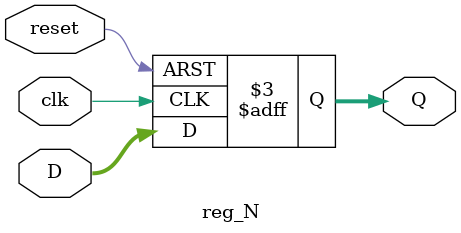
<source format=v>

module reg_N #(
	parameter NUMBER_OF_BITS = 12
)(
	reset, clk, D, Q
);
	//Input
	input clk, reset;
	input [NUMBER_OF_BITS-1:0] D; 
	//Output
	output [NUMBER_OF_BITS-1:0] Q;
	//Register
	reg [NUMBER_OF_BITS-1:0] Q;
	
	always @ (posedge clk or posedge reset)
	if (reset==1)
	Q <= 0;
	else
	Q <= D;
endmodule 


</source>
